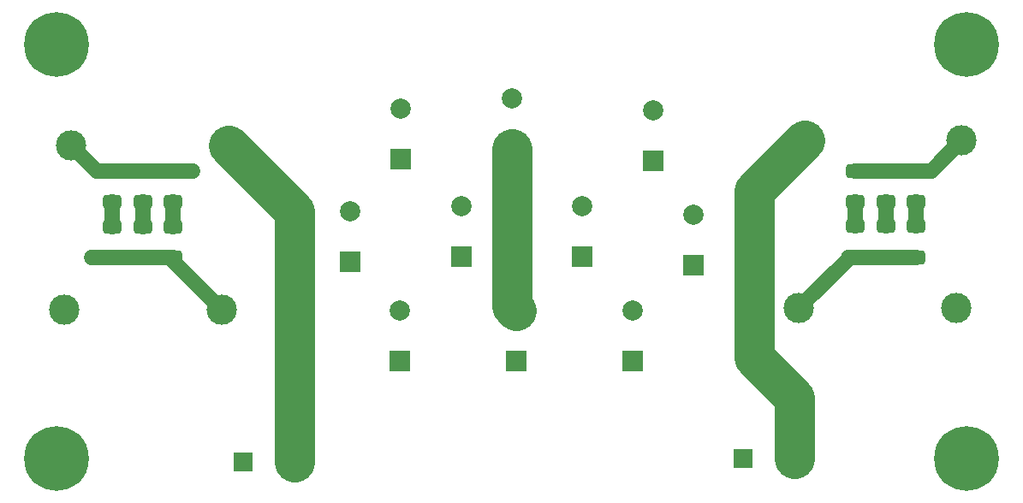
<source format=gbl>
G04 #@! TF.GenerationSoftware,KiCad,Pcbnew,7.0.1*
G04 #@! TF.CreationDate,2023-07-21T17:07:25+02:00*
G04 #@! TF.ProjectId,K_PSU_filter,4b5f5053-555f-4666-996c-7465722e6b69,rev?*
G04 #@! TF.SameCoordinates,Original*
G04 #@! TF.FileFunction,Copper,L2,Bot*
G04 #@! TF.FilePolarity,Positive*
%FSLAX46Y46*%
G04 Gerber Fmt 4.6, Leading zero omitted, Abs format (unit mm)*
G04 Created by KiCad (PCBNEW 7.0.1) date 2023-07-21 17:07:25*
%MOMM*%
%LPD*%
G01*
G04 APERTURE LIST*
G04 Aperture macros list*
%AMRoundRect*
0 Rectangle with rounded corners*
0 $1 Rounding radius*
0 $2 $3 $4 $5 $6 $7 $8 $9 X,Y pos of 4 corners*
0 Add a 4 corners polygon primitive as box body*
4,1,4,$2,$3,$4,$5,$6,$7,$8,$9,$2,$3,0*
0 Add four circle primitives for the rounded corners*
1,1,$1+$1,$2,$3*
1,1,$1+$1,$4,$5*
1,1,$1+$1,$6,$7*
1,1,$1+$1,$8,$9*
0 Add four rect primitives between the rounded corners*
20,1,$1+$1,$2,$3,$4,$5,0*
20,1,$1+$1,$4,$5,$6,$7,0*
20,1,$1+$1,$6,$7,$8,$9,0*
20,1,$1+$1,$8,$9,$2,$3,0*%
G04 Aperture macros list end*
G04 #@! TA.AperFunction,ComponentPad*
%ADD10R,2.000000X2.000000*%
G04 #@! TD*
G04 #@! TA.AperFunction,ComponentPad*
%ADD11C,2.000000*%
G04 #@! TD*
G04 #@! TA.AperFunction,ComponentPad*
%ADD12C,3.000000*%
G04 #@! TD*
G04 #@! TA.AperFunction,ComponentPad*
%ADD13R,1.950000X1.950000*%
G04 #@! TD*
G04 #@! TA.AperFunction,ComponentPad*
%ADD14C,1.950000*%
G04 #@! TD*
G04 #@! TA.AperFunction,ComponentPad*
%ADD15C,6.400000*%
G04 #@! TD*
G04 #@! TA.AperFunction,SMDPad,CuDef*
%ADD16RoundRect,0.250000X0.650000X-0.412500X0.650000X0.412500X-0.650000X0.412500X-0.650000X-0.412500X0*%
G04 #@! TD*
G04 #@! TA.AperFunction,Conductor*
%ADD17C,1.500000*%
G04 #@! TD*
G04 #@! TA.AperFunction,Conductor*
%ADD18C,4.000000*%
G04 #@! TD*
G04 APERTURE END LIST*
D10*
X154000000Y-50367677D03*
D11*
X154000000Y-45367677D03*
D10*
X154450000Y-71367677D03*
D11*
X154450000Y-66367677D03*
D12*
X109760478Y-66239522D03*
X125316827Y-66239522D03*
D10*
X168000000Y-51500000D03*
D11*
X168000000Y-46500000D03*
D13*
X176920000Y-81000000D03*
D14*
X182000000Y-81000000D03*
D12*
X182380239Y-66119761D03*
X197936588Y-66119761D03*
D15*
X109000000Y-40000000D03*
X199000000Y-81000000D03*
D10*
X142900000Y-71367677D03*
D11*
X142900000Y-66367677D03*
D10*
X172000000Y-61867677D03*
D11*
X172000000Y-56867677D03*
D10*
X138000000Y-61500000D03*
D11*
X138000000Y-56500000D03*
D10*
X143000000Y-51367677D03*
D11*
X143000000Y-46367677D03*
D10*
X149000000Y-61000000D03*
D11*
X149000000Y-56000000D03*
D12*
X126000000Y-50000000D03*
X110443651Y-50000000D03*
D10*
X166000000Y-71367677D03*
D11*
X166000000Y-66367677D03*
D13*
X127460000Y-81300000D03*
D14*
X132540000Y-81300000D03*
D15*
X109000000Y-81000000D03*
D10*
X161000000Y-61000000D03*
D11*
X161000000Y-56000000D03*
D12*
X198500000Y-49500000D03*
X182943651Y-49500000D03*
D15*
X199000000Y-40000000D03*
D16*
X120500000Y-55625000D03*
X120500000Y-52500000D03*
X188000000Y-61062500D03*
X188000000Y-57937500D03*
X117500000Y-61125000D03*
X117500000Y-58000000D03*
X120500000Y-61125000D03*
X120500000Y-58000000D03*
X117500000Y-55625000D03*
X117500000Y-52500000D03*
X191000000Y-55625000D03*
X191000000Y-52500000D03*
X194000000Y-55625000D03*
X194000000Y-52500000D03*
X194000000Y-61062500D03*
X194000000Y-57937500D03*
X188000000Y-55625000D03*
X188000000Y-52500000D03*
X114500000Y-61125000D03*
X114500000Y-58000000D03*
X114500000Y-55625000D03*
X114500000Y-52500000D03*
X191000000Y-61062500D03*
X191000000Y-57937500D03*
D17*
X120500000Y-61125000D02*
X117500000Y-61125000D01*
X120500000Y-61125000D02*
X120500000Y-61422695D01*
X120500000Y-61422695D02*
X125316827Y-66239522D01*
X117500000Y-61125000D02*
X114500000Y-61125000D01*
X188000000Y-61062500D02*
X187322500Y-61062500D01*
X188000000Y-61062500D02*
X191000000Y-61062500D01*
X188000000Y-61062500D02*
X187437500Y-61062500D01*
X187437500Y-61062500D02*
X182380239Y-66119761D01*
X114500000Y-61125000D02*
X112452305Y-61125000D01*
X194000000Y-61062500D02*
X191000000Y-61062500D01*
X120500000Y-58000000D02*
X120500000Y-55625000D01*
X114500000Y-52500000D02*
X117500000Y-52500000D01*
X120500000Y-52500000D02*
X122443651Y-52500000D01*
X114500000Y-52500000D02*
X112943651Y-52500000D01*
X195500000Y-52500000D02*
X198500000Y-49500000D01*
X194000000Y-52500000D02*
X195500000Y-52500000D01*
X112943651Y-52500000D02*
X110443651Y-50000000D01*
X194000000Y-52500000D02*
X191000000Y-52500000D01*
X191000000Y-52500000D02*
X188000000Y-52500000D01*
X117500000Y-52500000D02*
X120500000Y-52500000D01*
X117500000Y-58000000D02*
X117500000Y-55625000D01*
X114500000Y-58000000D02*
X114500000Y-55625000D01*
D18*
X154000000Y-65917677D02*
X154450000Y-66367677D01*
X154000000Y-50367677D02*
X154000000Y-65917677D01*
D17*
X188000000Y-55625000D02*
X188000000Y-57937500D01*
X191000000Y-55625000D02*
X191000000Y-57937500D01*
X194000000Y-55625000D02*
X194000000Y-57937500D01*
D18*
X132540000Y-81300000D02*
X132540000Y-56540000D01*
X132540000Y-56540000D02*
X126000000Y-50000000D01*
X182000000Y-81000000D02*
X182000000Y-75000000D01*
X178000000Y-54443651D02*
X182943651Y-49500000D01*
X178000000Y-71000000D02*
X178000000Y-54443651D01*
X182000000Y-75000000D02*
X178000000Y-71000000D01*
M02*

</source>
